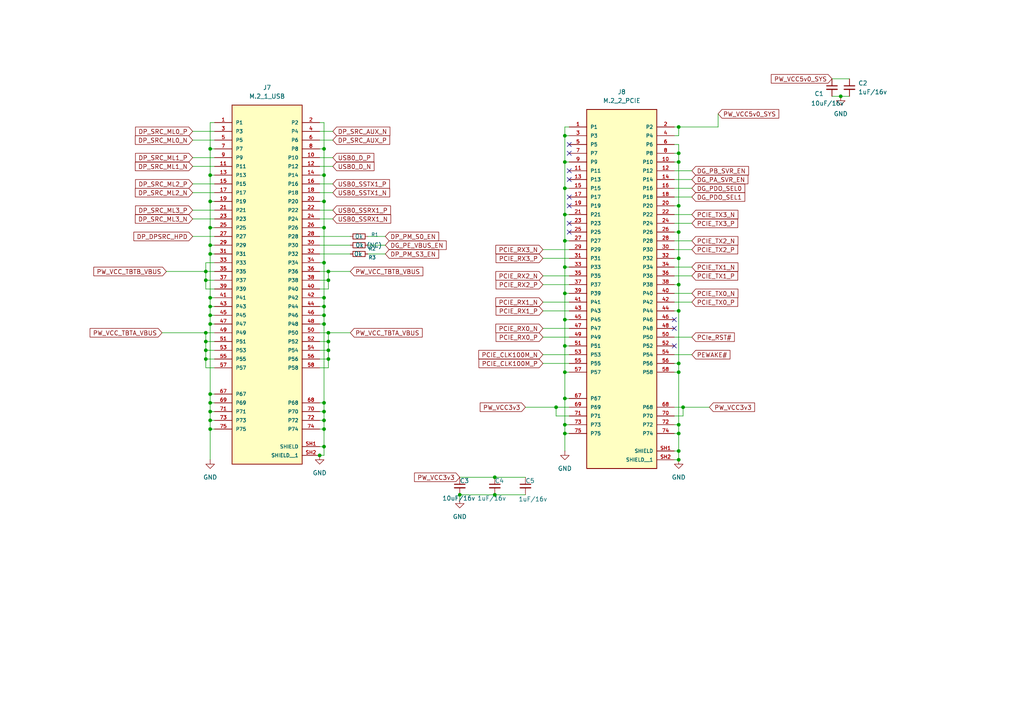
<source format=kicad_sch>
(kicad_sch (version 20250114) (generator "eeschema") (generator_version "9.0")
  (paper "A4")
  (lib_symbols
    (symbol "Device:C_Small" (pin_numbers (hide yes)) (pin_names (offset 0.254) (hide yes))
      (property "Reference" "C" (at 0.254 1.778 0))
      (property "Value" "C_Small" (at 0.254 -2.032 0))
      (symbol "C_Small_0_1"
        (polyline (pts (xy -1.524 0.508) (xy 1.524 0.508)) (stroke (width 0.3048)))
        (polyline (pts (xy -1.524 -0.508) (xy 1.524 -0.508)) (stroke (width 0.3302)))
      )
      (symbol "C_Small_1_1"
        (pin passive line (at 0 2.54 270) (length 2.032) (name "~") (number "1"))
        (pin passive line (at 0 -2.54 90) (length 2.032) (name "~") (number "2"))
      )
    )
    (symbol "Device:R_Small" (pin_numbers (hide yes)) (pin_names (offset 0.254) (hide yes))
      (property "Reference" "R" (at 0 0 90))
      (property "Value" "R_Small" (at 1.778 0 90))
      (symbol "R_Small_0_1"
        (rectangle (start -0.762 1.778) (end 0.762 -1.778) (stroke (width 0.2032)))
      )
      (symbol "R_Small_1_1"
        (pin passive line (at 0 2.54 270) (length 0.762) (name "~") (number "1"))
        (pin passive line (at 0 -2.54 90) (length 0.762) (name "~") (number "2"))
      )
    )
    (symbol "m.2 m key:1-2199119-5" (pin_names (offset 1.016))
      (property "Reference" "J" (at -10.1938 51.7746 0))
      (property "Value" "1-2199119-5" (at -10.1934 -56.0906 0))
      (symbol "1-2199119-5_0_0"
        (rectangle (start -10.16 -53.34) (end 10.16 50.8) (stroke (width 0.254)) (fill (type background)))
        (pin passive line (at -15.24 45.72 0) (length 5.08) (name "P1") (number "1"))
        (pin passive line (at -15.24 43.18 0) (length 5.08) (name "P3") (number "3"))
        (pin passive line (at -15.24 40.64 0) (length 5.08) (name "P5") (number "5"))
        (pin passive line (at -15.24 38.1 0) (length 5.08) (name "P7") (number "7"))
        (pin passive line (at -15.24 35.56 0) (length 5.08) (name "P9") (number "9"))
        (pin passive line (at -15.24 33.02 0) (length 5.08) (name "P11") (number "11"))
        (pin passive line (at -15.24 30.48 0) (length 5.08) (name "P13") (number "13"))
        (pin passive line (at -15.24 27.94 0) (length 5.08) (name "P15") (number "15"))
        (pin passive line (at -15.24 25.4 0) (length 5.08) (name "P17") (number "17"))
        (pin passive line (at -15.24 22.86 0) (length 5.08) (name "P19") (number "19"))
        (pin passive line (at -15.24 20.32 0) (length 5.08) (name "P21") (number "21"))
        (pin passive line (at -15.24 17.78 0) (length 5.08) (name "P23") (number "23"))
        (pin passive line (at -15.24 15.24 0) (length 5.08) (name "P25") (number "25"))
        (pin passive line (at -15.24 12.7 0) (length 5.08) (name "P27") (number "27"))
        (pin passive line (at -15.24 10.16 0) (length 5.08) (name "P29") (number "29"))
        (pin passive line (at -15.24 7.62 0) (length 5.08) (name "P31") (number "31"))
        (pin passive line (at -15.24 5.08 0) (length 5.08) (name "P33") (number "33"))
        (pin passive line (at -15.24 2.54 0) (length 5.08) (name "P35") (number "35"))
        (pin passive line (at -15.24 0 0) (length 5.08) (name "P37") (number "37"))
        (pin passive line (at -15.24 -2.54 0) (length 5.08) (name "P39") (number "39"))
        (pin passive line (at -15.24 -5.08 0) (length 5.08) (name "P41") (number "41"))
        (pin passive line (at -15.24 -7.62 0) (length 5.08) (name "P43") (number "43"))
        (pin passive line (at -15.24 -10.16 0) (length 5.08) (name "P45") (number "45"))
        (pin passive line (at -15.24 -12.7 0) (length 5.08) (name "P47") (number "47"))
        (pin passive line (at -15.24 -15.24 0) (length 5.08) (name "P49") (number "49"))
        (pin passive line (at -15.24 -17.78 0) (length 5.08) (name "P51") (number "51"))
        (pin passive line (at -15.24 -20.32 0) (length 5.08) (name "P53") (number "53"))
        (pin passive line (at -15.24 -22.86 0) (length 5.08) (name "P55") (number "55"))
        (pin passive line (at -15.24 -25.4 0) (length 5.08) (name "P57") (number "57"))
        (pin passive line (at -15.24 -33.02 0) (length 5.08) (name "P67") (number "67"))
        (pin passive line (at -15.24 -35.56 0) (length 5.08) (name "P69") (number "69"))
        (pin passive line (at -15.24 -38.1 0) (length 5.08) (name "P71") (number "71"))
        (pin passive line (at -15.24 -40.64 0) (length 5.08) (name "P73") (number "73"))
        (pin passive line (at -15.24 -43.18 0) (length 5.08) (name "P75") (number "75"))
        (pin passive line (at 15.24 45.72 180) (length 5.08) (name "P2") (number "2"))
        (pin passive line (at 15.24 43.18 180) (length 5.08) (name "P4") (number "4"))
        (pin passive line (at 15.24 40.64 180) (length 5.08) (name "P6") (number "6"))
        (pin passive line (at 15.24 38.1 180) (length 5.08) (name "P8") (number "8"))
        (pin passive line (at 15.24 35.56 180) (length 5.08) (name "P10") (number "10"))
        (pin passive line (at 15.24 33.02 180) (length 5.08) (name "P12") (number "12"))
        (pin passive line (at 15.24 30.48 180) (length 5.08) (name "P14") (number "14"))
        (pin passive line (at 15.24 27.94 180) (length 5.08) (name "P16") (number "16"))
        (pin passive line (at 15.24 25.4 180) (length 5.08) (name "P18") (number "18"))
        (pin passive line (at 15.24 22.86 180) (length 5.08) (name "P20") (number "20"))
        (pin passive line (at 15.24 20.32 180) (length 5.08) (name "P22") (number "22"))
        (pin passive line (at 15.24 17.78 180) (length 5.08) (name "P24") (number "24"))
        (pin passive line (at 15.24 15.24 180) (length 5.08) (name "P26") (number "26"))
        (pin passive line (at 15.24 12.7 180) (length 5.08) (name "P28") (number "28"))
        (pin passive line (at 15.24 10.16 180) (length 5.08) (name "P30") (number "30"))
        (pin passive line (at 15.24 7.62 180) (length 5.08) (name "P32") (number "32"))
        (pin passive line (at 15.24 5.08 180) (length 5.08) (name "P34") (number "34"))
        (pin passive line (at 15.24 2.54 180) (length 5.08) (name "P36") (number "36"))
        (pin passive line (at 15.24 0 180) (length 5.08) (name "P38") (number "38"))
        (pin passive line (at 15.24 -2.54 180) (length 5.08) (name "P40") (number "40"))
        (pin passive line (at 15.24 -5.08 180) (length 5.08) (name "P42") (number "42"))
        (pin passive line (at 15.24 -7.62 180) (length 5.08) (name "P44") (number "44"))
        (pin passive line (at 15.24 -10.16 180) (length 5.08) (name "P46") (number "46"))
        (pin passive line (at 15.24 -12.7 180) (length 5.08) (name "P48") (number "48"))
        (pin passive line (at 15.24 -15.24 180) (length 5.08) (name "P50") (number "50"))
        (pin passive line (at 15.24 -17.78 180) (length 5.08) (name "P52") (number "52"))
        (pin passive line (at 15.24 -20.32 180) (length 5.08) (name "P54") (number "54"))
        (pin passive line (at 15.24 -22.86 180) (length 5.08) (name "P56") (number "56"))
        (pin passive line (at 15.24 -25.4 180) (length 5.08) (name "P58") (number "58"))
        (pin passive line (at 15.24 -35.56 180) (length 5.08) (name "P68") (number "68"))
        (pin passive line (at 15.24 -38.1 180) (length 5.08) (name "P70") (number "70"))
        (pin passive line (at 15.24 -40.64 180) (length 5.08) (name "P72") (number "72"))
        (pin passive line (at 15.24 -43.18 180) (length 5.08) (name "P74") (number "74"))
        (pin passive line (at 15.24 -48.26 180) (length 5.08) (name "SHIELD") (number "SH1"))
        (pin passive line (at 15.24 -50.8 180) (length 5.08) (name "SHIELD__1") (number "SH2"))
      )
    )
    (symbol "power:GND" (power) (pin_numbers (hide yes)) (pin_names (offset 0) (hide yes))
      (property "Value" "GND" (at 0 -3.81 0))
      (symbol "GND_0_1"
        (polyline (pts (xy 0 0) (xy 0 -1.27) (xy 1.27 -1.27) (xy 0 -2.54) (xy -1.27 -1.27) (xy 0 -1.27)))
      )
      (symbol "GND_1_1"
        (pin power_in line (at 0 0 270) (length 0) (name "~") (number "1"))
      )
    )
  )
  (junction (at 59.69 78.74))
  (junction (at 196.85 105.41))
  (junction (at 60.96 116.84))
  (junction (at 60.96 114.3))
  (junction (at 196.85 125.73))
  (junction (at 92.71 132.08))
  (junction (at 60.96 119.38))
  (junction (at 93.98 91.44))
  (junction (at 95.25 99.06))
  (junction (at 196.85 44.45))
  (junction (at 196.85 82.55))
  (junction (at 93.98 76.2))
  (junction (at 196.85 36.83))
  (junction (at 143.51 138.43))
  (junction (at 163.83 92.71))
  (junction (at 163.83 77.47))
  (junction (at 196.85 107.95))
  (junction (at 163.83 62.23))
  (junction (at 60.96 124.46))
  (junction (at 93.98 129.54))
  (junction (at 196.85 130.81))
  (junction (at 163.83 85.09))
  (junction (at 59.69 104.14))
  (junction (at 133.35 143.51))
  (junction (at 60.96 58.42))
  (junction (at 59.69 101.6))
  (junction (at 143.51 143.51))
  (junction (at 163.83 54.61))
  (junction (at 196.85 74.93))
  (junction (at 60.96 91.44))
  (junction (at 60.96 66.04))
  (junction (at 163.83 107.95))
  (junction (at 196.85 46.99))
  (junction (at 196.85 59.69))
  (junction (at 93.98 88.9))
  (junction (at 163.83 100.33))
  (junction (at 95.25 101.6))
  (junction (at 163.83 115.57))
  (junction (at 163.83 69.85))
  (junction (at 60.96 88.9))
  (junction (at 95.25 104.14))
  (junction (at 163.83 123.19))
  (junction (at 93.98 121.92))
  (junction (at 95.25 78.74))
  (junction (at 93.98 66.04))
  (junction (at 198.12 118.11))
  (junction (at 243.84 27.94))
  (junction (at 163.83 125.73))
  (junction (at 196.85 90.17))
  (junction (at 196.85 67.31))
  (junction (at 59.69 99.06))
  (junction (at 60.96 86.36))
  (junction (at 93.98 50.8))
  (junction (at 93.98 124.46))
  (junction (at 196.85 133.35))
  (junction (at 93.98 58.42))
  (junction (at 163.83 46.99))
  (junction (at 95.25 96.52))
  (junction (at 60.96 43.18))
  (junction (at 60.96 50.8))
  (junction (at 95.25 81.28))
  (junction (at 60.96 93.98))
  (junction (at 196.85 123.19))
  (junction (at 59.69 81.28))
  (junction (at 60.96 73.66))
  (junction (at 93.98 116.84))
  (junction (at 93.98 86.36))
  (junction (at 93.98 119.38))
  (junction (at 163.83 39.37))
  (junction (at 59.69 96.52))
  (junction (at 60.96 71.12))
  (junction (at 93.98 43.18))
  (junction (at 60.96 121.92))
  (junction (at 161.29 118.11))
  (junction (at 93.98 93.98))
  (no_connect (at 195.58 100.33))
  (no_connect (at 165.1 59.69))
  (no_connect (at 165.1 49.53))
  (no_connect (at 195.58 95.25))
  (no_connect (at 195.58 92.71))
  (no_connect (at 165.1 41.91))
  (no_connect (at 165.1 52.07))
  (no_connect (at 165.1 44.45))
  (no_connect (at 165.1 67.31))
  (no_connect (at 165.1 57.15))
  (no_connect (at 165.1 64.77))
  (wire (pts (xy 60.96 93.98) (xy 62.23 93.98)))
  (wire (pts (xy 163.83 54.61) (xy 165.1 54.61)))
  (wire (pts (xy 59.69 78.74) (xy 59.69 81.28)))
  (wire (pts (xy 200.66 77.47) (xy 195.58 77.47)))
  (wire (pts (xy 55.88 38.1) (xy 62.23 38.1)))
  (wire (pts (xy 92.71 121.92) (xy 93.98 121.92)))
  (wire (pts (xy 163.83 123.19) (xy 163.83 125.73)))
  (wire (pts (xy 163.83 54.61) (xy 163.83 62.23)))
  (wire (pts (xy 195.58 107.95) (xy 196.85 107.95)))
  (wire (pts (xy 55.88 53.34) (xy 62.23 53.34)))
  (wire (pts (xy 196.85 59.69) (xy 196.85 67.31)))
  (wire (pts (xy 55.88 48.26) (xy 62.23 48.26)))
  (wire (pts (xy 196.85 90.17) (xy 196.85 105.41)))
  (wire (pts (xy 59.69 99.06) (xy 59.69 101.6)))
  (wire (pts (xy 92.71 119.38) (xy 93.98 119.38)))
  (wire (pts (xy 60.96 114.3) (xy 62.23 114.3)))
  (wire (pts (xy 198.12 118.11) (xy 205.74 118.11)))
  (wire (pts (xy 60.96 121.92) (xy 62.23 121.92)))
  (wire (pts (xy 163.83 125.73) (xy 165.1 125.73)))
  (wire (pts (xy 200.66 69.85) (xy 195.58 69.85)))
  (wire (pts (xy 161.29 120.65) (xy 165.1 120.65)))
  (wire (pts (xy 55.88 45.72) (xy 62.23 45.72)))
  (wire (pts (xy 106.68 71.12) (xy 111.76 71.12)))
  (wire (pts (xy 196.85 125.73) (xy 196.85 130.81)))
  (wire (pts (xy 93.98 132.08) (xy 92.71 132.08)))
  (wire (pts (xy 163.83 125.73) (xy 163.83 130.81)))
  (wire (pts (xy 93.98 35.56) (xy 93.98 43.18)))
  (wire (pts (xy 93.98 88.9) (xy 93.98 91.44)))
  (wire (pts (xy 60.96 119.38) (xy 62.23 119.38)))
  (wire (pts (xy 157.48 80.01) (xy 165.1 80.01)))
  (wire (pts (xy 196.85 82.55) (xy 196.85 90.17)))
  (wire (pts (xy 163.83 39.37) (xy 165.1 39.37)))
  (wire (pts (xy 92.71 81.28) (xy 95.25 81.28)))
  (wire (pts (xy 60.96 121.92) (xy 60.96 124.46)))
  (wire (pts (xy 163.83 62.23) (xy 165.1 62.23)))
  (wire (pts (xy 95.25 96.52) (xy 101.6 96.52)))
  (wire (pts (xy 55.88 63.5) (xy 62.23 63.5)))
  (wire (pts (xy 133.35 138.43) (xy 143.51 138.43)))
  (wire (pts (xy 196.85 130.81) (xy 196.85 133.35)))
  (wire (pts (xy 196.85 123.19) (xy 196.85 125.73)))
  (wire (pts (xy 60.96 71.12) (xy 62.23 71.12)))
  (wire (pts (xy 195.58 102.87) (xy 200.66 102.87)))
  (wire (pts (xy 195.58 130.81) (xy 196.85 130.81)))
  (wire (pts (xy 163.83 123.19) (xy 165.1 123.19)))
  (wire (pts (xy 163.83 115.57) (xy 165.1 115.57)))
  (wire (pts (xy 93.98 119.38) (xy 93.98 121.92)))
  (wire (pts (xy 60.96 124.46) (xy 62.23 124.46)))
  (wire (pts (xy 60.96 119.38) (xy 60.96 121.92)))
  (wire (pts (xy 163.83 107.95) (xy 163.83 115.57)))
  (wire (pts (xy 60.96 88.9) (xy 60.96 91.44)))
  (wire (pts (xy 195.58 44.45) (xy 196.85 44.45)))
  (wire (pts (xy 196.85 41.91) (xy 196.85 44.45)))
  (wire (pts (xy 95.25 99.06) (xy 95.25 101.6)))
  (wire (pts (xy 157.48 90.17) (xy 165.1 90.17)))
  (wire (pts (xy 60.96 66.04) (xy 60.96 71.12)))
  (wire (pts (xy 93.98 93.98) (xy 93.98 116.84)))
  (wire (pts (xy 59.69 99.06) (xy 62.23 99.06)))
  (wire (pts (xy 163.83 77.47) (xy 163.83 85.09)))
  (wire (pts (xy 195.58 82.55) (xy 196.85 82.55)))
  (wire (pts (xy 106.68 68.58) (xy 111.76 68.58)))
  (wire (pts (xy 163.83 62.23) (xy 163.83 69.85)))
  (wire (pts (xy 96.52 53.34) (xy 92.71 53.34)))
  (wire (pts (xy 60.96 88.9) (xy 62.23 88.9)))
  (wire (pts (xy 93.98 58.42) (xy 93.98 66.04)))
  (wire (pts (xy 93.98 76.2) (xy 93.98 86.36)))
  (wire (pts (xy 60.96 116.84) (xy 60.96 119.38)))
  (wire (pts (xy 95.25 96.52) (xy 95.25 99.06)))
  (wire (pts (xy 95.25 101.6) (xy 95.25 104.14)))
  (wire (pts (xy 200.66 64.77) (xy 195.58 64.77)))
  (wire (pts (xy 157.48 74.93) (xy 165.1 74.93)))
  (wire (pts (xy 60.96 91.44) (xy 60.96 93.98)))
  (wire (pts (xy 161.29 118.11) (xy 165.1 118.11)))
  (wire (pts (xy 93.98 86.36) (xy 93.98 88.9)))
  (wire (pts (xy 60.96 43.18) (xy 62.23 43.18)))
  (wire (pts (xy 200.66 57.15) (xy 195.58 57.15)))
  (wire (pts (xy 163.83 100.33) (xy 165.1 100.33)))
  (wire (pts (xy 95.25 78.74) (xy 95.25 81.28)))
  (wire (pts (xy 200.66 97.79) (xy 195.58 97.79)))
  (wire (pts (xy 55.88 68.58) (xy 62.23 68.58)))
  (wire (pts (xy 60.96 93.98) (xy 60.96 114.3)))
  (wire (pts (xy 93.98 129.54) (xy 93.98 132.08)))
  (wire (pts (xy 200.66 85.09) (xy 195.58 85.09)))
  (wire (pts (xy 163.83 69.85) (xy 163.83 77.47)))
  (wire (pts (xy 48.26 78.74) (xy 59.69 78.74)))
  (wire (pts (xy 62.23 83.82) (xy 59.69 83.82)))
  (wire (pts (xy 59.69 96.52) (xy 59.69 99.06)))
  (wire (pts (xy 163.83 107.95) (xy 165.1 107.95)))
  (wire (pts (xy 195.58 90.17) (xy 196.85 90.17)))
  (wire (pts (xy 152.4 118.11) (xy 161.29 118.11)))
  (wire (pts (xy 92.71 68.58) (xy 101.6 68.58)))
  (wire (pts (xy 60.96 50.8) (xy 60.96 58.42)))
  (wire (pts (xy 163.83 36.83) (xy 163.83 39.37)))
  (wire (pts (xy 196.85 105.41) (xy 196.85 107.95)))
  (wire (pts (xy 92.71 73.66) (xy 101.6 73.66)))
  (wire (pts (xy 92.71 43.18) (xy 93.98 43.18)))
  (wire (pts (xy 157.48 97.79) (xy 165.1 97.79)))
  (wire (pts (xy 55.88 55.88) (xy 62.23 55.88)))
  (wire (pts (xy 165.1 36.83) (xy 163.83 36.83)))
  (wire (pts (xy 92.71 129.54) (xy 93.98 129.54)))
  (wire (pts (xy 60.96 43.18) (xy 60.96 50.8)))
  (wire (pts (xy 93.98 91.44) (xy 93.98 93.98)))
  (wire (pts (xy 195.58 39.37) (xy 196.85 39.37)))
  (wire (pts (xy 106.68 73.66) (xy 111.76 73.66)))
  (wire (pts (xy 59.69 106.68) (xy 62.23 106.68)))
  (wire (pts (xy 92.71 124.46) (xy 93.98 124.46)))
  (wire (pts (xy 92.71 66.04) (xy 93.98 66.04)))
  (wire (pts (xy 200.66 52.07) (xy 195.58 52.07)))
  (wire (pts (xy 59.69 81.28) (xy 59.69 83.82)))
  (wire (pts (xy 196.85 107.95) (xy 196.85 123.19)))
  (wire (pts (xy 195.58 41.91) (xy 196.85 41.91)))
  (wire (pts (xy 92.71 35.56) (xy 93.98 35.56)))
  (wire (pts (xy 60.96 58.42) (xy 60.96 66.04)))
  (wire (pts (xy 60.96 73.66) (xy 62.23 73.66)))
  (wire (pts (xy 60.96 58.42) (xy 62.23 58.42)))
  (wire (pts (xy 60.96 116.84) (xy 62.23 116.84)))
  (wire (pts (xy 195.58 123.19) (xy 196.85 123.19)))
  (wire (pts (xy 163.83 69.85) (xy 165.1 69.85)))
  (wire (pts (xy 59.69 81.28) (xy 62.23 81.28)))
  (wire (pts (xy 198.12 118.11) (xy 198.12 120.65)))
  (wire (pts (xy 59.69 101.6) (xy 59.69 104.14)))
  (wire (pts (xy 92.71 99.06) (xy 95.25 99.06)))
  (wire (pts (xy 163.83 85.09) (xy 165.1 85.09)))
  (wire (pts (xy 95.25 81.28) (xy 95.25 83.82)))
  (wire (pts (xy 59.69 78.74) (xy 62.23 78.74)))
  (wire (pts (xy 195.58 46.99) (xy 196.85 46.99)))
  (wire (pts (xy 241.3 27.94) (xy 243.84 27.94)))
  (wire (pts (xy 200.66 54.61) (xy 195.58 54.61)))
  (wire (pts (xy 93.98 50.8) (xy 93.98 58.42)))
  (wire (pts (xy 133.35 143.51) (xy 133.35 144.78)))
  (wire (pts (xy 96.52 55.88) (xy 92.71 55.88)))
  (wire (pts (xy 60.96 124.46) (xy 60.96 133.35)))
  (wire (pts (xy 157.48 82.55) (xy 165.1 82.55)))
  (wire (pts (xy 92.71 88.9) (xy 93.98 88.9)))
  (wire (pts (xy 59.69 104.14) (xy 62.23 104.14)))
  (wire (pts (xy 60.96 86.36) (xy 60.96 88.9)))
  (wire (pts (xy 208.28 33.02) (xy 208.28 36.83)))
  (wire (pts (xy 95.25 104.14) (xy 95.25 106.68)))
  (wire (pts (xy 196.85 67.31) (xy 196.85 74.93)))
  (wire (pts (xy 92.71 91.44) (xy 93.98 91.44)))
  (wire (pts (xy 196.85 46.99) (xy 196.85 59.69)))
  (wire (pts (xy 143.51 143.51) (xy 133.35 143.51)))
  (wire (pts (xy 157.48 102.87) (xy 165.1 102.87)))
  (wire (pts (xy 195.58 105.41) (xy 196.85 105.41)))
  (wire (pts (xy 152.4 143.51) (xy 143.51 143.51)))
  (wire (pts (xy 92.71 96.52) (xy 95.25 96.52)))
  (wire (pts (xy 92.71 101.6) (xy 95.25 101.6)))
  (wire (pts (xy 196.85 74.93) (xy 196.85 82.55)))
  (wire (pts (xy 195.58 125.73) (xy 196.85 125.73)))
  (wire (pts (xy 96.52 63.5) (xy 92.71 63.5)))
  (wire (pts (xy 93.98 58.42) (xy 92.71 58.42)))
  (wire (pts (xy 241.3 22.86) (xy 246.38 22.86)))
  (wire (pts (xy 93.98 121.92) (xy 93.98 124.46)))
  (wire (pts (xy 198.12 120.65) (xy 195.58 120.65)))
  (wire (pts (xy 157.48 87.63) (xy 165.1 87.63)))
  (wire (pts (xy 55.88 40.64) (xy 62.23 40.64)))
  (wire (pts (xy 59.69 104.14) (xy 59.69 106.68)))
  (wire (pts (xy 93.98 124.46) (xy 93.98 129.54)))
  (wire (pts (xy 157.48 95.25) (xy 165.1 95.25)))
  (wire (pts (xy 196.85 36.83) (xy 195.58 36.83)))
  (wire (pts (xy 92.71 86.36) (xy 93.98 86.36)))
  (wire (pts (xy 243.84 27.94) (xy 246.38 27.94)))
  (wire (pts (xy 163.83 39.37) (xy 163.83 46.99)))
  (wire (pts (xy 92.71 78.74) (xy 95.25 78.74)))
  (wire (pts (xy 195.58 74.93) (xy 196.85 74.93)))
  (wire (pts (xy 163.83 115.57) (xy 163.83 123.19)))
  (wire (pts (xy 96.52 45.72) (xy 92.71 45.72)))
  (wire (pts (xy 92.71 71.12) (xy 101.6 71.12)))
  (wire (pts (xy 59.69 76.2) (xy 59.69 78.74)))
  (wire (pts (xy 92.71 76.2) (xy 93.98 76.2)))
  (wire (pts (xy 163.83 77.47) (xy 165.1 77.47)))
  (wire (pts (xy 92.71 93.98) (xy 93.98 93.98)))
  (wire (pts (xy 96.52 60.96) (xy 92.71 60.96)))
  (wire (pts (xy 92.71 48.26) (xy 96.52 48.26)))
  (wire (pts (xy 96.52 38.1) (xy 92.71 38.1)))
  (wire (pts (xy 200.66 87.63) (xy 195.58 87.63)))
  (wire (pts (xy 95.25 78.74) (xy 101.6 78.74)))
  (wire (pts (xy 62.23 76.2) (xy 59.69 76.2)))
  (wire (pts (xy 93.98 43.18) (xy 93.98 50.8)))
  (wire (pts (xy 60.96 66.04) (xy 62.23 66.04)))
  (wire (pts (xy 195.58 59.69) (xy 196.85 59.69)))
  (wire (pts (xy 196.85 44.45) (xy 196.85 46.99)))
  (wire (pts (xy 157.48 105.41) (xy 165.1 105.41)))
  (wire (pts (xy 200.66 62.23) (xy 195.58 62.23)))
  (wire (pts (xy 195.58 67.31) (xy 196.85 67.31)))
  (wire (pts (xy 92.71 116.84) (xy 93.98 116.84)))
  (wire (pts (xy 200.66 80.01) (xy 195.58 80.01)))
  (wire (pts (xy 196.85 39.37) (xy 196.85 36.83)))
  (wire (pts (xy 143.51 138.43) (xy 152.4 138.43)))
  (wire (pts (xy 93.98 116.84) (xy 93.98 119.38)))
  (wire (pts (xy 46.99 96.52) (xy 59.69 96.52)))
  (wire (pts (xy 163.83 92.71) (xy 165.1 92.71)))
  (wire (pts (xy 62.23 96.52) (xy 59.69 96.52)))
  (wire (pts (xy 163.83 46.99) (xy 163.83 54.61)))
  (wire (pts (xy 60.96 35.56) (xy 60.96 43.18)))
  (wire (pts (xy 92.71 50.8) (xy 93.98 50.8)))
  (wire (pts (xy 59.69 101.6) (xy 62.23 101.6)))
  (wire (pts (xy 96.52 40.64) (xy 92.71 40.64)))
  (wire (pts (xy 200.66 49.53) (xy 195.58 49.53)))
  (wire (pts (xy 163.83 92.71) (xy 163.83 100.33)))
  (wire (pts (xy 60.96 91.44) (xy 62.23 91.44)))
  (wire (pts (xy 62.23 35.56) (xy 60.96 35.56)))
  (wire (pts (xy 93.98 66.04) (xy 93.98 76.2)))
  (wire (pts (xy 60.96 71.12) (xy 60.96 73.66)))
  (wire (pts (xy 163.83 100.33) (xy 163.83 107.95)))
  (wire (pts (xy 161.29 118.11) (xy 161.29 120.65)))
  (wire (pts (xy 60.96 86.36) (xy 62.23 86.36)))
  (wire (pts (xy 60.96 73.66) (xy 60.96 86.36)))
  (wire (pts (xy 163.83 46.99) (xy 165.1 46.99)))
  (wire (pts (xy 95.25 106.68) (xy 92.71 106.68)))
  (wire (pts (xy 92.71 83.82) (xy 95.25 83.82)))
  (wire (pts (xy 60.96 50.8) (xy 62.23 50.8)))
  (wire (pts (xy 157.48 72.39) (xy 165.1 72.39)))
  (wire (pts (xy 92.71 104.14) (xy 95.25 104.14)))
  (wire (pts (xy 196.85 133.35) (xy 195.58 133.35)))
  (wire (pts (xy 163.83 85.09) (xy 163.83 92.71)))
  (wire (pts (xy 60.96 114.3) (xy 60.96 116.84)))
  (wire (pts (xy 208.28 36.83) (xy 196.85 36.83)))
  (wire (pts (xy 55.88 60.96) (xy 62.23 60.96)))
  (wire (pts (xy 195.58 118.11) (xy 198.12 118.11)))
  (wire (pts (xy 200.66 72.39) (xy 195.58 72.39)))
  (global_label "DP_SRC_ML3_N" (shape input) (at 55.88 63.5 180) (property "Intersheetrefs" "${INTERSHEET_REFS}" (effects (hide yes))))
  (global_label "DP_DPSRC_HPD" (shape input) (at 55.88 68.58 180) (property "Intersheetrefs" "${INTERSHEET_REFS}" (effects (hide yes))))
  (global_label "PCIE_TX1_P" (shape input) (at 200.66 80.01 0) (property "Intersheetrefs" "${INTERSHEET_REFS}" (effects (hide yes))))
  (global_label "DP_SRC_ML0_N" (shape input) (at 55.88 40.64 180) (property "Intersheetrefs" "${INTERSHEET_REFS}" (effects (hide yes))))
  (global_label "USB0_D_N" (shape input) (at 96.52 48.26 0) (property "Intersheetrefs" "${INTERSHEET_REFS}" (effects (hide yes))))
  (global_label "DG_PDO_SEL1" (shape input) (at 200.66 57.15 0) (property "Intersheetrefs" "${INTERSHEET_REFS}" (effects (hide yes))))
  (global_label "PCIE_RX1_N" (shape input) (at 157.48 87.63 180) (property "Intersheetrefs" "${INTERSHEET_REFS}" (effects (hide yes))))
  (global_label "PCIE_CLK100M_P" (shape input) (at 157.48 105.41 180) (property "Intersheetrefs" "${INTERSHEET_REFS}" (effects (hide yes))))
  (global_label "PW_VCC_TBTB_VBUS" (shape input) (at 48.26 78.74 180) (property "Intersheetrefs" "${INTERSHEET_REFS}" (effects (hide yes))))
  (global_label "USB0_SSRX1_N" (shape input) (at 96.52 63.5 0) (property "Intersheetrefs" "${INTERSHEET_REFS}" (effects (hide yes))))
  (global_label "PW_VCC_TBTB_VBUS" (shape input) (at 101.6 78.74 0) (property "Intersheetrefs" "${INTERSHEET_REFS}" (effects (hide yes))))
  (global_label "DP_SRC_ML1_N" (shape input) (at 55.88 48.26 180) (property "Intersheetrefs" "${INTERSHEET_REFS}" (effects (hide yes))))
  (global_label "USB0_SSTX1_N" (shape input) (at 96.52 55.88 0) (property "Intersheetrefs" "${INTERSHEET_REFS}" (effects (hide yes))))
  (global_label "DG_PB_SVR_EN" (shape input) (at 200.66 49.53 0) (property "Intersheetrefs" "${INTERSHEET_REFS}" (effects (hide yes))))
  (global_label "PCIE_RX0_N" (shape input) (at 157.48 95.25 180) (property "Intersheetrefs" "${INTERSHEET_REFS}" (effects (hide yes))))
  (global_label "DP_PM_S0_EN" (shape input) (at 111.76 68.58 0) (property "Intersheetrefs" "${INTERSHEET_REFS}" (effects (hide yes))))
  (global_label "PCIE_RX2_N" (shape input) (at 157.48 80.01 180) (property "Intersheetrefs" "${INTERSHEET_REFS}" (effects (hide yes))))
  (global_label "DP_SRC_ML1_P" (shape input) (at 55.88 45.72 180) (property "Intersheetrefs" "${INTERSHEET_REFS}" (effects (hide yes))))
  (global_label "PCIE_RX2_P" (shape input) (at 157.48 82.55 180) (property "Intersheetrefs" "${INTERSHEET_REFS}" (effects (hide yes))))
  (global_label "PCIe_RST#" (shape input) (at 200.66 97.79 0) (property "Intersheetrefs" "${INTERSHEET_REFS}" (effects (hide yes))))
  (global_label "USB0_SSTX1_P" (shape input) (at 96.52 53.34 0) (property "Intersheetrefs" "${INTERSHEET_REFS}" (effects (hide yes))))
  (global_label "PCIE_RX3_P" (shape input) (at 157.48 74.93 180) (property "Intersheetrefs" "${INTERSHEET_REFS}" (effects (hide yes))))
  (global_label "PW_VCC3v3" (shape input) (at 133.35 138.43 180) (property "Intersheetrefs" "${INTERSHEET_REFS}" (effects (hide yes))))
  (global_label "PCIE_TX2_P" (shape input) (at 200.66 72.39 0) (property "Intersheetrefs" "${INTERSHEET_REFS}" (effects (hide yes))))
  (global_label "USB0_D_P" (shape input) (at 96.52 45.72 0) (property "Intersheetrefs" "${INTERSHEET_REFS}" (effects (hide yes))))
  (global_label "PW_VCC5v0_SYS" (shape input) (at 241.3 22.86 180) (property "Intersheetrefs" "${INTERSHEET_REFS}" (effects (hide yes))))
  (global_label "PW_VCC3v3" (shape input) (at 205.74 118.11 0) (property "Intersheetrefs" "${INTERSHEET_REFS}" (effects (hide yes))))
  (global_label "PW_VCC3v3" (shape input) (at 152.4 118.11 180) (property "Intersheetrefs" "${INTERSHEET_REFS}" (effects (hide yes))))
  (global_label "PCIE_RX0_P" (shape input) (at 157.48 97.79 180) (property "Intersheetrefs" "${INTERSHEET_REFS}" (effects (hide yes))))
  (global_label "DG_PDO_SEL0" (shape input) (at 200.66 54.61 0) (property "Intersheetrefs" "${INTERSHEET_REFS}" (effects (hide yes))))
  (global_label "DP_SRC_ML3_P" (shape input) (at 55.88 60.96 180) (property "Intersheetrefs" "${INTERSHEET_REFS}" (effects (hide yes))))
  (global_label "PCIE_RX1_P" (shape input) (at 157.48 90.17 180) (property "Intersheetrefs" "${INTERSHEET_REFS}" (effects (hide yes))))
  (global_label "PCIE_RX3_N" (shape input) (at 157.48 72.39 180) (property "Intersheetrefs" "${INTERSHEET_REFS}" (effects (hide yes))))
  (global_label "DP_SRC_AUX_P" (shape input) (at 96.52 40.64 0) (property "Intersheetrefs" "${INTERSHEET_REFS}" (effects (hide yes))))
  (global_label "DP_SRC_ML2_N" (shape input) (at 55.88 55.88 180) (property "Intersheetrefs" "${INTERSHEET_REFS}" (effects (hide yes))))
  (global_label "PCIE_CLK100M_N" (shape input) (at 157.48 102.87 180) (property "Intersheetrefs" "${INTERSHEET_REFS}" (effects (hide yes))))
  (global_label "PEWAKE#" (shape input) (at 200.66 102.87 0) (property "Intersheetrefs" "${INTERSHEET_REFS}" (effects (hide yes))))
  (global_label "PW_VCC_TBTA_VBUS" (shape input) (at 46.99 96.52 180) (property "Intersheetrefs" "${INTERSHEET_REFS}" (effects (hide yes))))
  (global_label "PW_VCC_TBTA_VBUS" (shape input) (at 101.6 96.52 0) (property "Intersheetrefs" "${INTERSHEET_REFS}" (effects (hide yes))))
  (global_label "PCIE_TX3_N" (shape input) (at 200.66 62.23 0) (property "Intersheetrefs" "${INTERSHEET_REFS}" (effects (hide yes))))
  (global_label "DP_SRC_AUX_N" (shape input) (at 96.52 38.1 0) (property "Intersheetrefs" "${INTERSHEET_REFS}" (effects (hide yes))))
  (global_label "DP_PM_S3_EN" (shape input) (at 111.76 73.66 0) (property "Intersheetrefs" "${INTERSHEET_REFS}" (effects (hide yes))))
  (global_label "DG_PA_SVR_EN" (shape input) (at 200.66 52.07 0) (property "Intersheetrefs" "${INTERSHEET_REFS}" (effects (hide yes))))
  (global_label "PCIE_TX2_N" (shape input) (at 200.66 69.85 0) (property "Intersheetrefs" "${INTERSHEET_REFS}" (effects (hide yes))))
  (global_label "PCIE_TX1_N" (shape input) (at 200.66 77.47 0) (property "Intersheetrefs" "${INTERSHEET_REFS}" (effects (hide yes))))
  (global_label "DG_PE_VBUS_EN" (shape input) (at 111.76 71.12 0) (property "Intersheetrefs" "${INTERSHEET_REFS}" (effects (hide yes))))
  (global_label "PCIE_TX3_P" (shape input) (at 200.66 64.77 0) (property "Intersheetrefs" "${INTERSHEET_REFS}" (effects (hide yes))))
  (global_label "PW_VCC5v0_SYS" (shape input) (at 208.28 33.02 0) (property "Intersheetrefs" "${INTERSHEET_REFS}" (effects (hide yes))))
  (global_label "PCIE_TX0_N" (shape input) (at 200.66 85.09 0) (property "Intersheetrefs" "${INTERSHEET_REFS}" (effects (hide yes))))
  (global_label "PCIE_TX0_P" (shape input) (at 200.66 87.63 0) (property "Intersheetrefs" "${INTERSHEET_REFS}" (effects (hide yes))))
  (global_label "USB0_SSRX1_P" (shape input) (at 96.52 60.96 0) (property "Intersheetrefs" "${INTERSHEET_REFS}" (effects (hide yes))))
  (global_label "DP_SRC_ML0_P" (shape input) (at 55.88 38.1 180) (property "Intersheetrefs" "${INTERSHEET_REFS}" (effects (hide yes))))
  (global_label "DP_SRC_ML2_P" (shape input) (at 55.88 53.34 180) (property "Intersheetrefs" "${INTERSHEET_REFS}" (effects (hide yes))))
  (symbol (lib_id "Device:C_Small") (at 246.38 25.4 0) (unit 1)
    (property "Reference" "C2" (at 248.92 24.1362 0) (effects (justify left)))
    (property "Value" "1uF/16v" (at 248.92 26.6762 0) (effects (justify left)))
    (property "Footprint" "Capacitor_SMD:C_0402_1005Metric" (effects (hide yes)))
    (property "Description" "Unpolarized capacitor, small symbol" (effects (hide yes)))
  )
  (symbol (lib_id "m.2 m key:1-2199119-5") (at 180.34 82.55 0) (unit 1)
    (property "Reference" "J8" (at 180.34 26.67 0))
    (property "Value" "M.2_2_PCIE" (at 180.34 29.21 0))
    (property "Footprint" "LOTES-APCI0079-P002A-M.2:PCI-SMD_APCI0079-P002A" (effects (hide yes)))
    (property "MF" "TE Connectivity" (effects (hide yes)))
    (property "PACKAGE" "None" (effects (hide yes)))
    (property "PRICE" "None" (effects (hide yes)))
    (property "MP" "1-2199119-5" (effects (hide yes)))
    (property "AVAILABILITY" "Unavailable" (effects (hide yes)))
  )
  (symbol (lib_id "power:GND") (at 92.71 132.08 0) (unit 1)
    (property "Reference" "#PWR08" (effects (hide yes)))
    (property "Value" "GND" (at 92.71 137.16 0))
    (property "Description" "Power symbol creates a global label with name \"GND\" , ground" (effects (hide yes)))
  )
  (symbol (lib_id "Device:C_Small") (at 241.3 25.4 0) (unit 1)
    (property "Reference" "C1" (at 236.22 27.178 0) (effects (justify left)))
    (property "Value" "10uF/16v" (at 235.204 29.972 0) (effects (justify left)))
    (property "Footprint" "Capacitor_SMD:C_0402_1005Metric" (effects (hide yes)))
    (property "Description" "Unpolarized capacitor, small symbol" (effects (hide yes)))
  )
  (symbol (lib_id "power:GND") (at 243.84 27.94 0) (unit 1)
    (property "Reference" "#PWR012" (effects (hide yes)))
    (property "Value" "GND" (at 243.84 33.02 0))
    (property "Description" "Power symbol creates a global label with name \"GND\" , ground" (effects (hide yes)))
  )
  (symbol (lib_id "Device:R_Small") (at 104.14 68.58 90) (unit 1)
    (property "Reference" "R1" (at 108.712 68.072 90) (effects (font (size 1.016 1.016))))
    (property "Value" "0k" (at 104.14 68.58 90))
    (property "Footprint" "Resistor_SMD:R_0402_1005Metric" (effects (hide yes)))
    (property "Description" "Resistor, small symbol" (effects (hide yes)))
  )
  (symbol (lib_id "power:GND") (at 60.96 133.35 0) (unit 1)
    (property "Reference" "#PWR07" (effects (hide yes)))
    (property "Value" "GND" (at 60.96 138.43 0))
    (property "Description" "Power symbol creates a global label with name \"GND\" , ground" (effects (hide yes)))
  )
  (symbol (lib_id "Device:C_Small") (at 143.51 140.97 0) (unit 1)
    (property "Reference" "C4" (at 143.51 139.446 0) (effects (justify left)))
    (property "Value" "1uF/16v" (at 138.43 144.526 0) (effects (justify left)))
    (property "Footprint" "Capacitor_SMD:C_0402_1005Metric" (effects (hide yes)))
    (property "Description" "Unpolarized capacitor, small symbol" (effects (hide yes)))
  )
  (symbol (lib_id "Device:C_Small") (at 152.4 140.97 0) (unit 1)
    (property "Reference" "C5" (at 152.4 139.446 0) (effects (justify left)))
    (property "Value" "1uF/16v" (at 150.368 144.78 0) (effects (justify left)))
    (property "Footprint" "Capacitor_SMD:C_0402_1005Metric" (effects (hide yes)))
    (property "Description" "Unpolarized capacitor, small symbol" (effects (hide yes)))
  )
  (symbol (lib_id "m.2 m key:1-2199119-5") (at 77.47 81.28 0) (unit 1)
    (property "Reference" "J7" (at 77.47 25.4 0))
    (property "Value" "M.2_1_USB" (at 77.47 27.94 0))
    (property "Footprint" "LOTES-APCI0079-P002A-M.2:PCI-SMD_APCI0079-P002A" (effects (hide yes)))
    (property "MF" "TE Connectivity" (effects (hide yes)))
    (property "PACKAGE" "None" (effects (hide yes)))
    (property "PRICE" "None" (effects (hide yes)))
    (property "MP" "1-2199119-5" (effects (hide yes)))
    (property "AVAILABILITY" "Unavailable" (effects (hide yes)))
  )
  (symbol (lib_id "power:GND") (at 163.83 130.81 0) (unit 1)
    (property "Reference" "#PWR010" (effects (hide yes)))
    (property "Value" "GND" (at 163.83 135.89 0))
    (property "Description" "Power symbol creates a global label with name \"GND\" , ground" (effects (hide yes)))
  )
  (symbol (lib_id "Device:C_Small") (at 133.35 140.97 0) (unit 1)
    (property "Reference" "C3" (at 133.35 139.446 0) (effects (justify left)))
    (property "Value" "10uF/16v" (at 128.27 144.526 0) (effects (justify left)))
    (property "Footprint" "Capacitor_SMD:C_0402_1005Metric" (effects (hide yes)))
    (property "Description" "Unpolarized capacitor, small symbol" (effects (hide yes)))
  )
  (symbol (lib_id "Device:R_Small") (at 104.14 73.66 90) (unit 1)
    (property "Reference" "R3" (at 107.95 74.676 90) (effects (font (size 1.016 1.016))))
    (property "Value" "0k" (at 103.886 73.66 90))
    (property "Footprint" "Resistor_SMD:R_0402_1005Metric" (effects (hide yes)))
    (property "Description" "Resistor, small symbol" (effects (hide yes)))
  )
  (symbol (lib_id "power:GND") (at 196.85 133.35 0) (unit 1)
    (property "Reference" "#PWR06" (effects (hide yes)))
    (property "Value" "GND" (at 196.85 138.43 0))
    (property "Description" "Power symbol creates a global label with name \"GND\" , ground" (effects (hide yes)))
  )
  (symbol (lib_id "power:GND") (at 133.35 144.78 0) (unit 1)
    (property "Reference" "#PWR03" (effects (hide yes)))
    (property "Value" "GND" (at 133.35 149.86 0))
    (property "Description" "Power symbol creates a global label with name \"GND\" , ground" (effects (hide yes)))
  )
  (symbol (lib_id "Device:R_Small") (at 104.14 71.12 90) (unit 1)
    (property "Reference" "R2" (at 107.95 72.136 90) (effects (font (size 1.016 1.016))))
    (property "Value" "0k (NC)" (at 106.934 71.12 90))
    (property "Footprint" "Resistor_SMD:R_0402_1005Metric" (effects (hide yes)))
    (property "Description" "Resistor, small symbol" (effects (hide yes)))
  )
)
</source>
